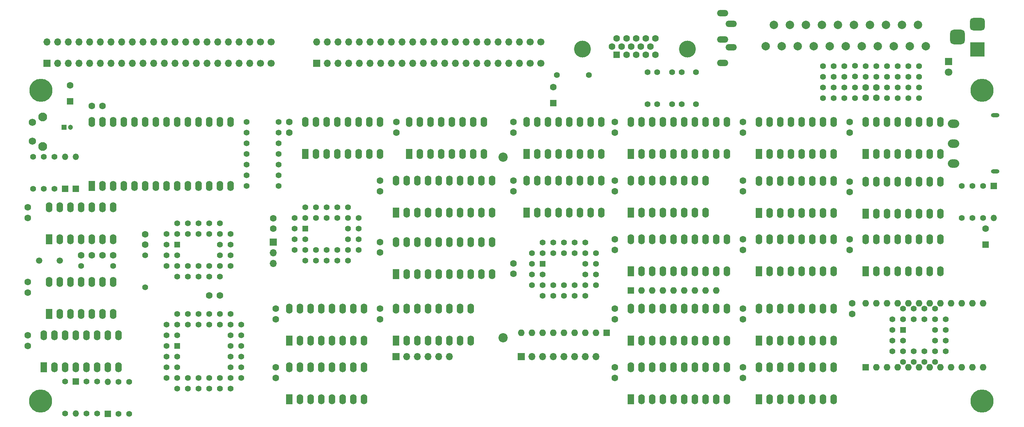
<source format=gbr>
%TF.GenerationSoftware,KiCad,Pcbnew,8.0.4*%
%TF.CreationDate,2024-09-22T18:44:29+01:00*%
%TF.ProjectId,v2a,7632612e-6b69-4636-9164-5f7063625858,rev?*%
%TF.SameCoordinates,Original*%
%TF.FileFunction,Soldermask,Bot*%
%TF.FilePolarity,Negative*%
%FSLAX46Y46*%
G04 Gerber Fmt 4.6, Leading zero omitted, Abs format (unit mm)*
G04 Created by KiCad (PCBNEW 8.0.4) date 2024-09-22 18:44:29*
%MOMM*%
%LPD*%
G01*
G04 APERTURE LIST*
G04 Aperture macros list*
%AMRoundRect*
0 Rectangle with rounded corners*
0 $1 Rounding radius*
0 $2 $3 $4 $5 $6 $7 $8 $9 X,Y pos of 4 corners*
0 Add a 4 corners polygon primitive as box body*
4,1,4,$2,$3,$4,$5,$6,$7,$8,$9,$2,$3,0*
0 Add four circle primitives for the rounded corners*
1,1,$1+$1,$2,$3*
1,1,$1+$1,$4,$5*
1,1,$1+$1,$6,$7*
1,1,$1+$1,$8,$9*
0 Add four rect primitives between the rounded corners*
20,1,$1+$1,$2,$3,$4,$5,0*
20,1,$1+$1,$4,$5,$6,$7,0*
20,1,$1+$1,$6,$7,$8,$9,0*
20,1,$1+$1,$8,$9,$2,$3,0*%
G04 Aperture macros list end*
%ADD10C,1.600000*%
%ADD11R,1.600000X1.600000*%
%ADD12O,1.600000X1.600000*%
%ADD13R,1.422400X1.422400*%
%ADD14C,1.422400*%
%ADD15R,1.600000X2.400000*%
%ADD16O,1.600000X2.400000*%
%ADD17R,3.500000X3.500000*%
%ADD18RoundRect,0.750000X-1.000000X0.750000X-1.000000X-0.750000X1.000000X-0.750000X1.000000X0.750000X0*%
%ADD19RoundRect,0.875000X-0.875000X0.875000X-0.875000X-0.875000X0.875000X-0.875000X0.875000X0.875000X0*%
%ADD20C,4.000000*%
%ADD21C,1.400000*%
%ADD22R,1.200000X1.200000*%
%ADD23C,1.200000*%
%ADD24R,1.500000X1.500000*%
%ADD25O,1.500000X1.500000*%
%ADD26C,5.500000*%
%ADD27C,1.750000*%
%ADD28C,2.100000*%
%ADD29R,1.700000X1.700000*%
%ADD30O,1.700000X1.700000*%
%ADD31O,2.700000X2.000000*%
%ADD32O,2.000000X1.000000*%
%ADD33C,1.998980*%
%ADD34C,2.200000*%
%ADD35R,1.800000X1.800000*%
%ADD36C,1.800000*%
%ADD37C,1.700000*%
%ADD38O,2.700000X1.500000*%
%ADD39C,1.500000*%
G04 APERTURE END LIST*
D10*
%TO.C,Cd11*%
X100965000Y-127020000D03*
X100965000Y-129520000D03*
%TD*%
D11*
%TO.C,U20*%
X241300000Y-127010000D03*
D12*
X243840000Y-127010000D03*
X246380000Y-127010000D03*
X248920000Y-127010000D03*
X251460000Y-127010000D03*
X254000000Y-127010000D03*
X256540000Y-127010000D03*
X259080000Y-127010000D03*
X261620000Y-127010000D03*
X264160000Y-127010000D03*
X266700000Y-127010000D03*
X269240000Y-127010000D03*
X269240000Y-111770000D03*
X266700000Y-111770000D03*
X264160000Y-111770000D03*
X261620000Y-111770000D03*
X259080000Y-111770000D03*
X256540000Y-111770000D03*
X254000000Y-111770000D03*
X251460000Y-111770000D03*
X248920000Y-111770000D03*
X246380000Y-111770000D03*
X243840000Y-111770000D03*
X241300000Y-111770000D03*
%TD*%
D13*
%TO.C,U5*%
X107950000Y-93980000D03*
D14*
X105410000Y-96520000D03*
X107950000Y-96520000D03*
X105410000Y-99060000D03*
X107950000Y-101600000D03*
X107950000Y-99060000D03*
X110490000Y-101600000D03*
X110490000Y-99060000D03*
X113030000Y-101600000D03*
X113030000Y-99060000D03*
X115570000Y-101600000D03*
X115570000Y-99060000D03*
X118110000Y-101600000D03*
X120650000Y-99060000D03*
X118110000Y-99060000D03*
X120650000Y-96520000D03*
X118110000Y-96520000D03*
X120650000Y-93980000D03*
X118110000Y-93980000D03*
X120650000Y-91440000D03*
X118110000Y-88900000D03*
X118110000Y-91440000D03*
X115570000Y-88900000D03*
X115570000Y-91440000D03*
X113030000Y-88900000D03*
X113030000Y-91440000D03*
X110490000Y-88900000D03*
X110490000Y-91440000D03*
X107950000Y-88900000D03*
X105410000Y-91440000D03*
X107950000Y-91440000D03*
X105410000Y-93980000D03*
%TD*%
D10*
%TO.C,Cd4*%
X125730000Y-97155000D03*
X125730000Y-99655000D03*
%TD*%
%TO.C,C5*%
X243840000Y-62825000D03*
X243840000Y-60325000D03*
%TD*%
%TO.C,Cd28*%
X212090000Y-82550000D03*
X212090000Y-85050000D03*
%TD*%
D15*
%TO.C,U19*%
X241300000Y-76200000D03*
D16*
X243840000Y-76200000D03*
X246380000Y-76200000D03*
X248920000Y-76200000D03*
X251460000Y-76200000D03*
X254000000Y-76200000D03*
X256540000Y-76200000D03*
X259080000Y-76200000D03*
X259080000Y-68580000D03*
X256540000Y-68580000D03*
X254000000Y-68580000D03*
X251460000Y-68580000D03*
X248920000Y-68580000D03*
X246380000Y-68580000D03*
X243840000Y-68580000D03*
X241300000Y-68580000D03*
%TD*%
D17*
%TO.C,J3*%
X267857500Y-51300000D03*
D18*
X267857500Y-45300000D03*
D19*
X263157500Y-48300000D03*
%TD*%
D20*
%TO.C,J7*%
X198890000Y-51181000D03*
X173890000Y-51181000D03*
D11*
X182075000Y-52601000D03*
D10*
X184365000Y-52601000D03*
X186655000Y-52601000D03*
X188945000Y-52601000D03*
X191235000Y-52601000D03*
X180930000Y-50621000D03*
X183220000Y-50621000D03*
X185510000Y-50621000D03*
X187800000Y-50621000D03*
X190090000Y-50621000D03*
X182075000Y-48641000D03*
X184365000Y-48641000D03*
X186655000Y-48641000D03*
X188945000Y-48641000D03*
X191235000Y-48641000D03*
%TD*%
D21*
%TO.C,R25*%
X236220000Y-55245000D03*
X236220000Y-57785000D03*
%TD*%
%TO.C,R10*%
X93980000Y-76200000D03*
X101600000Y-76200000D03*
%TD*%
D15*
%TO.C,U18*%
X241300000Y-90407000D03*
D16*
X243840000Y-90407000D03*
X246380000Y-90407000D03*
X248920000Y-90407000D03*
X251460000Y-90407000D03*
X254000000Y-90407000D03*
X256540000Y-90407000D03*
X259080000Y-90407000D03*
X259080000Y-82787000D03*
X256540000Y-82787000D03*
X254000000Y-82787000D03*
X251460000Y-82787000D03*
X248920000Y-82787000D03*
X246380000Y-82787000D03*
X243840000Y-82787000D03*
X241300000Y-82787000D03*
%TD*%
D10*
%TO.C,Cd32*%
X212090000Y-127000000D03*
X212090000Y-129500000D03*
%TD*%
D21*
%TO.C,R7*%
X54610000Y-102870000D03*
X62230000Y-102870000D03*
%TD*%
D22*
%TO.C,C1*%
X50570000Y-69850000D03*
D23*
X52070000Y-69850000D03*
%TD*%
D21*
%TO.C,R11*%
X93980000Y-73660000D03*
X101600000Y-73660000D03*
%TD*%
%TO.C,R16*%
X195240000Y-64372000D03*
X195240000Y-56752000D03*
%TD*%
%TO.C,R24*%
X233680000Y-55245000D03*
X233680000Y-57785000D03*
%TD*%
D11*
%TO.C,RN2*%
X179705000Y-118745000D03*
D12*
X177165000Y-118745000D03*
X174625000Y-118745000D03*
X172085000Y-118745000D03*
X169545000Y-118745000D03*
X167005000Y-118745000D03*
X164465000Y-118745000D03*
X161925000Y-118745000D03*
X159385000Y-118745000D03*
%TD*%
D21*
%TO.C,R9*%
X93980000Y-78740000D03*
X101600000Y-78740000D03*
%TD*%
D24*
%TO.C,D4*%
X53340000Y-84455000D03*
D25*
X53340000Y-76835000D03*
%TD*%
D26*
%TO.C,H2*%
X45000000Y-135000000D03*
%TD*%
D15*
%TO.C,U3*%
X104140000Y-134640000D03*
D16*
X106680000Y-134640000D03*
X109220000Y-134640000D03*
X111760000Y-134640000D03*
X114300000Y-134640000D03*
X116840000Y-134640000D03*
X119380000Y-134640000D03*
X121920000Y-134640000D03*
X121920000Y-127020000D03*
X119380000Y-127020000D03*
X116840000Y-127020000D03*
X114300000Y-127020000D03*
X111760000Y-127020000D03*
X109220000Y-127020000D03*
X106680000Y-127020000D03*
X104140000Y-127020000D03*
%TD*%
D15*
%TO.C,U16*%
X215900000Y-134620000D03*
D16*
X218440000Y-134620000D03*
X220980000Y-134620000D03*
X223520000Y-134620000D03*
X226060000Y-134620000D03*
X228600000Y-134620000D03*
X231140000Y-134620000D03*
X233680000Y-134620000D03*
X233680000Y-127000000D03*
X231140000Y-127000000D03*
X228600000Y-127000000D03*
X226060000Y-127000000D03*
X223520000Y-127000000D03*
X220980000Y-127000000D03*
X218440000Y-127000000D03*
X215900000Y-127000000D03*
%TD*%
D21*
%TO.C,R39*%
X167808000Y-57387000D03*
X175428000Y-57387000D03*
%TD*%
%TO.C,R34*%
X248920000Y-55295000D03*
X248920000Y-57835000D03*
%TD*%
D10*
%TO.C,C3*%
X59690000Y-100330000D03*
X62190000Y-100330000D03*
%TD*%
D15*
%TO.C,U7*%
X160655000Y-76200000D03*
D16*
X163195000Y-76200000D03*
X165735000Y-76200000D03*
X168275000Y-76200000D03*
X170815000Y-76200000D03*
X173355000Y-76200000D03*
X175895000Y-76200000D03*
X178435000Y-76200000D03*
X178435000Y-68580000D03*
X175895000Y-68580000D03*
X173355000Y-68580000D03*
X170815000Y-68580000D03*
X168275000Y-68580000D03*
X165735000Y-68580000D03*
X163195000Y-68580000D03*
X160655000Y-68580000D03*
%TD*%
D21*
%TO.C,R2*%
X101600000Y-83820000D03*
X93980000Y-83820000D03*
%TD*%
D27*
%TO.C,SW1*%
X42976000Y-68672000D03*
X42976000Y-73172000D03*
D28*
X45466000Y-67412000D03*
X45466000Y-74422000D03*
%TD*%
D21*
%TO.C,R22*%
X238760000Y-60325000D03*
X238760000Y-62865000D03*
%TD*%
%TO.C,R5*%
X45720000Y-76835000D03*
X45720000Y-84455000D03*
%TD*%
D29*
%TO.C,J2*%
X159385000Y-124460000D03*
D30*
X161925000Y-124460000D03*
X164465000Y-124460000D03*
X167005000Y-124460000D03*
X169545000Y-124460000D03*
X172085000Y-124460000D03*
X174625000Y-124460000D03*
X177165000Y-124460000D03*
%TD*%
D21*
%TO.C,R15*%
X191684000Y-64372000D03*
X191684000Y-56752000D03*
%TD*%
%TO.C,R6*%
X48260000Y-76835000D03*
X48260000Y-84455000D03*
%TD*%
%TO.C,R32*%
X254000000Y-55295000D03*
X254000000Y-57835000D03*
%TD*%
D31*
%TO.C,SW2*%
X262255000Y-69010000D03*
X262255000Y-73710000D03*
X262255000Y-78510000D03*
D32*
X272155000Y-67010000D03*
X272155000Y-80310000D03*
%TD*%
D21*
%TO.C,R38*%
X266700000Y-91440000D03*
X266700000Y-83820000D03*
%TD*%
D10*
%TO.C,Cd27*%
X41910000Y-88900000D03*
X41910000Y-91400000D03*
%TD*%
D21*
%TO.C,R21*%
X236220000Y-60325000D03*
X236220000Y-62865000D03*
%TD*%
D10*
%TO.C,Cd1*%
X181610000Y-113030000D03*
X181610000Y-115530000D03*
%TD*%
D21*
%TO.C,R3*%
X58420000Y-130412000D03*
X58420000Y-138032000D03*
%TD*%
D15*
%TO.C,U15*%
X185420000Y-76200000D03*
D16*
X187960000Y-76200000D03*
X190500000Y-76200000D03*
X193040000Y-76200000D03*
X195580000Y-76200000D03*
X198120000Y-76200000D03*
X200660000Y-76200000D03*
X203200000Y-76200000D03*
X205740000Y-76200000D03*
X208280000Y-76200000D03*
X208280000Y-68580000D03*
X205740000Y-68580000D03*
X203200000Y-68580000D03*
X200660000Y-68580000D03*
X198120000Y-68580000D03*
X195580000Y-68580000D03*
X193040000Y-68580000D03*
X190500000Y-68580000D03*
X187960000Y-68580000D03*
X185420000Y-68580000D03*
%TD*%
D10*
%TO.C,Cd15*%
X41910000Y-119380000D03*
X41910000Y-121880000D03*
%TD*%
%TO.C,Cd30*%
X212090000Y-68580000D03*
X212090000Y-71080000D03*
%TD*%
D15*
%TO.C,U17*%
X241300000Y-104140000D03*
D16*
X243840000Y-104140000D03*
X246380000Y-104140000D03*
X248920000Y-104140000D03*
X251460000Y-104140000D03*
X254000000Y-104140000D03*
X256540000Y-104140000D03*
X259080000Y-104140000D03*
X259080000Y-96520000D03*
X256540000Y-96520000D03*
X254000000Y-96520000D03*
X251460000Y-96520000D03*
X248920000Y-96520000D03*
X246380000Y-96520000D03*
X243840000Y-96520000D03*
X241300000Y-96520000D03*
%TD*%
D10*
%TO.C,C2*%
X57110000Y-100330000D03*
X54610000Y-100330000D03*
%TD*%
%TO.C,Cd9*%
X212090000Y-96520000D03*
X212090000Y-99020000D03*
%TD*%
%TO.C,Cd29*%
X157480000Y-68580000D03*
X157480000Y-71080000D03*
%TD*%
D21*
%TO.C,R1*%
X55880000Y-130412000D03*
X55880000Y-138032000D03*
%TD*%
%TO.C,R28*%
X254000000Y-60375000D03*
X254000000Y-62915000D03*
%TD*%
D10*
%TO.C,Cd19*%
X104140000Y-68580000D03*
X104140000Y-71080000D03*
%TD*%
D21*
%TO.C,R14*%
X189398000Y-64372000D03*
X189398000Y-56752000D03*
%TD*%
D10*
%TO.C,Cd2*%
X181610000Y-127000000D03*
X181610000Y-129500000D03*
%TD*%
D15*
%TO.C,U32*%
X129540000Y-104775000D03*
D16*
X132080000Y-104775000D03*
X134620000Y-104775000D03*
X137160000Y-104775000D03*
X139700000Y-104775000D03*
X142240000Y-104775000D03*
X144780000Y-104775000D03*
X147320000Y-104775000D03*
X149860000Y-104775000D03*
X152400000Y-104775000D03*
X152400000Y-97155000D03*
X149860000Y-97155000D03*
X147320000Y-97155000D03*
X144780000Y-97155000D03*
X142240000Y-97155000D03*
X139700000Y-97155000D03*
X137160000Y-97155000D03*
X134620000Y-97155000D03*
X132080000Y-97155000D03*
X129540000Y-97155000D03*
%TD*%
D11*
%TO.C,C7*%
X167005000Y-64047380D03*
D10*
X167005000Y-60237380D03*
%TD*%
%TO.C,Cd13*%
X41910000Y-106680000D03*
X41910000Y-109180000D03*
%TD*%
D11*
%TO.C,C6*%
X269875000Y-97790000D03*
D10*
X269875000Y-93980000D03*
%TD*%
D24*
%TO.C,D1*%
X53340000Y-130412000D03*
D25*
X53340000Y-138032000D03*
%TD*%
D15*
%TO.C,U24*%
X215900000Y-90270000D03*
D16*
X218440000Y-90270000D03*
X220980000Y-90270000D03*
X223520000Y-90270000D03*
X226060000Y-90270000D03*
X228600000Y-90270000D03*
X231140000Y-90270000D03*
X233680000Y-90270000D03*
X233680000Y-82650000D03*
X231140000Y-82650000D03*
X228600000Y-82650000D03*
X226060000Y-82650000D03*
X223520000Y-82650000D03*
X220980000Y-82650000D03*
X218440000Y-82650000D03*
X215900000Y-82650000D03*
%TD*%
D15*
%TO.C,U14*%
X185420000Y-90170000D03*
D16*
X187960000Y-90170000D03*
X190500000Y-90170000D03*
X193040000Y-90170000D03*
X195580000Y-90170000D03*
X198120000Y-90170000D03*
X200660000Y-90170000D03*
X203200000Y-90170000D03*
X203200000Y-82550000D03*
X200660000Y-82550000D03*
X198120000Y-82550000D03*
X195580000Y-82550000D03*
X193040000Y-82550000D03*
X190500000Y-82550000D03*
X187960000Y-82550000D03*
X185420000Y-82550000D03*
%TD*%
D29*
%TO.C,J9*%
X100330000Y-97155000D03*
D30*
X100330000Y-99695000D03*
X100330000Y-102235000D03*
%TD*%
D21*
%TO.C,R36*%
X243840000Y-55295000D03*
X243840000Y-57835000D03*
%TD*%
D11*
%TO.C,RN1*%
X185420000Y-108685000D03*
D12*
X187960000Y-108685000D03*
X190500000Y-108685000D03*
X193040000Y-108685000D03*
X195580000Y-108685000D03*
X198120000Y-108685000D03*
X200660000Y-108685000D03*
X203200000Y-108685000D03*
X205740000Y-108685000D03*
%TD*%
D26*
%TO.C,H4*%
X269000000Y-135000000D03*
%TD*%
D21*
%TO.C,R29*%
X251460000Y-60375000D03*
X251460000Y-62915000D03*
%TD*%
D10*
%TO.C,Cd20*%
X238125000Y-111780000D03*
X238125000Y-114280000D03*
%TD*%
D21*
%TO.C,R44*%
X66040000Y-130429000D03*
X66040000Y-138049000D03*
%TD*%
D13*
%TO.C,U21*%
X250190000Y-118110000D03*
D14*
X247650000Y-120650000D03*
X250190000Y-120650000D03*
X247650000Y-123190000D03*
X250190000Y-125730000D03*
X250190000Y-123190000D03*
X252730000Y-125730000D03*
X252730000Y-123190000D03*
X255270000Y-125730000D03*
X255270000Y-123190000D03*
X257810000Y-125730000D03*
X260350000Y-123190000D03*
X257810000Y-123190000D03*
X260350000Y-120650000D03*
X257810000Y-120650000D03*
X260350000Y-118110000D03*
X257810000Y-118110000D03*
X260350000Y-115570000D03*
X257810000Y-113030000D03*
X257810000Y-115570000D03*
X255270000Y-113030000D03*
X255270000Y-115570000D03*
X252730000Y-113030000D03*
X252730000Y-115570000D03*
X250190000Y-113030000D03*
X247650000Y-115570000D03*
X250190000Y-115570000D03*
X247650000Y-118110000D03*
%TD*%
D26*
%TO.C,H3*%
X269030000Y-61000000D03*
%TD*%
D10*
%TO.C,C4*%
X241300000Y-62825000D03*
X241300000Y-60325000D03*
%TD*%
D21*
%TO.C,R37*%
X69850000Y-100330000D03*
X69850000Y-107950000D03*
%TD*%
D24*
%TO.C,D2*%
X60960000Y-138049000D03*
D25*
X60960000Y-130429000D03*
%TD*%
D15*
%TO.C,U23*%
X215900000Y-104140000D03*
D16*
X218440000Y-104140000D03*
X220980000Y-104140000D03*
X223520000Y-104140000D03*
X226060000Y-104140000D03*
X228600000Y-104140000D03*
X231140000Y-104140000D03*
X233680000Y-104140000D03*
X233680000Y-96520000D03*
X231140000Y-96520000D03*
X228600000Y-96520000D03*
X226060000Y-96520000D03*
X223520000Y-96520000D03*
X220980000Y-96520000D03*
X218440000Y-96520000D03*
X215900000Y-96520000D03*
%TD*%
D10*
%TO.C,Cd31*%
X100330000Y-93980000D03*
X100330000Y-91480000D03*
%TD*%
D21*
%TO.C,R41*%
X264160000Y-91440000D03*
X264160000Y-83820000D03*
%TD*%
D11*
%TO.C,C8*%
X52000000Y-63635000D03*
D10*
X52000000Y-59825000D03*
%TD*%
D15*
%TO.C,U28*%
X57150000Y-83820000D03*
D16*
X59690000Y-83820000D03*
X62230000Y-83820000D03*
X64770000Y-83820000D03*
X67310000Y-83820000D03*
X69850000Y-83820000D03*
X72390000Y-83820000D03*
X74930000Y-83820000D03*
X77470000Y-83820000D03*
X80010000Y-83820000D03*
X82550000Y-83820000D03*
X85090000Y-83820000D03*
X87630000Y-83820000D03*
X90170000Y-83820000D03*
X90170000Y-68580000D03*
X87630000Y-68580000D03*
X85090000Y-68580000D03*
X82550000Y-68580000D03*
X80010000Y-68580000D03*
X77470000Y-68580000D03*
X74930000Y-68580000D03*
X72390000Y-68580000D03*
X69850000Y-68580000D03*
X67310000Y-68580000D03*
X64770000Y-68580000D03*
X62230000Y-68580000D03*
X59690000Y-68580000D03*
X57150000Y-68580000D03*
%TD*%
D15*
%TO.C,U10*%
X107950000Y-76200000D03*
D16*
X110490000Y-76200000D03*
X113030000Y-76200000D03*
X115570000Y-76200000D03*
X118110000Y-76200000D03*
X120650000Y-76200000D03*
X123190000Y-76200000D03*
X125730000Y-76200000D03*
X125730000Y-68580000D03*
X123190000Y-68580000D03*
X120650000Y-68580000D03*
X118110000Y-68580000D03*
X115570000Y-68580000D03*
X113030000Y-68580000D03*
X110490000Y-68580000D03*
X107950000Y-68580000D03*
%TD*%
D10*
%TO.C,Cd25*%
X125730000Y-113030000D03*
X125730000Y-115530000D03*
%TD*%
D21*
%TO.C,R43*%
X63500000Y-130450000D03*
X63500000Y-138070000D03*
%TD*%
D33*
%TO.C,J4*%
X217513000Y-50559640D03*
X219418000Y-45479640D03*
X221323000Y-50559640D03*
X223228000Y-45479640D03*
X225133000Y-50559640D03*
X227038000Y-45479640D03*
X228943000Y-50559640D03*
X230848000Y-45479640D03*
X232753000Y-50559640D03*
X234658000Y-45479640D03*
X236563000Y-50559640D03*
X238468000Y-45479640D03*
X240373000Y-50559640D03*
X242278000Y-45479640D03*
X244183000Y-50559640D03*
X246088000Y-45479640D03*
X247993000Y-50559640D03*
X249898000Y-45479640D03*
X251803000Y-50559640D03*
X253708000Y-45479640D03*
X255613000Y-50559640D03*
%TD*%
D13*
%TO.C,U8*%
X164465000Y-102335000D03*
D14*
X161925000Y-104875000D03*
X164465000Y-104875000D03*
X161925000Y-107415000D03*
X164465000Y-109955000D03*
X164465000Y-107415000D03*
X167005000Y-109955000D03*
X167005000Y-107415000D03*
X169545000Y-109955000D03*
X169545000Y-107415000D03*
X172085000Y-109955000D03*
X172085000Y-107415000D03*
X174625000Y-109955000D03*
X177165000Y-107415000D03*
X174625000Y-107415000D03*
X177165000Y-104875000D03*
X174625000Y-104875000D03*
X177165000Y-102335000D03*
X174625000Y-102335000D03*
X177165000Y-99795000D03*
X174625000Y-97255000D03*
X174625000Y-99795000D03*
X172085000Y-97255000D03*
X172085000Y-99795000D03*
X169545000Y-97255000D03*
X169545000Y-99795000D03*
X167005000Y-97255000D03*
X167005000Y-99795000D03*
X164465000Y-97255000D03*
X161925000Y-99795000D03*
X164465000Y-99795000D03*
X161925000Y-102335000D03*
%TD*%
D15*
%TO.C,U22*%
X215900000Y-120650000D03*
D16*
X218440000Y-120650000D03*
X220980000Y-120650000D03*
X223520000Y-120650000D03*
X226060000Y-120650000D03*
X228600000Y-120650000D03*
X231140000Y-120650000D03*
X233680000Y-120650000D03*
X233680000Y-113030000D03*
X231140000Y-113030000D03*
X228600000Y-113030000D03*
X226060000Y-113030000D03*
X223520000Y-113030000D03*
X220980000Y-113030000D03*
X218440000Y-113030000D03*
X215900000Y-113030000D03*
%TD*%
D15*
%TO.C,U26*%
X46990000Y-114300000D03*
D16*
X49530000Y-114300000D03*
X52070000Y-114300000D03*
X54610000Y-114300000D03*
X57150000Y-114300000D03*
X59690000Y-114300000D03*
X62230000Y-114300000D03*
X62230000Y-106680000D03*
X59690000Y-106680000D03*
X57150000Y-106680000D03*
X54610000Y-106680000D03*
X52070000Y-106680000D03*
X49530000Y-106680000D03*
X46990000Y-106680000D03*
%TD*%
D13*
%TO.C,U1*%
X77470000Y-121920000D03*
D14*
X74930000Y-124460000D03*
X77470000Y-124460000D03*
X74930000Y-127000000D03*
X77470000Y-127000000D03*
X74930000Y-129540000D03*
X77470000Y-132080000D03*
X77470000Y-129540000D03*
X80010000Y-132080000D03*
X80010000Y-129540000D03*
X82550000Y-132080000D03*
X82550000Y-129540000D03*
X85090000Y-132080000D03*
X85090000Y-129540000D03*
X87630000Y-132080000D03*
X87630000Y-129540000D03*
X90170000Y-132080000D03*
X92710000Y-129540000D03*
X90170000Y-129540000D03*
X92710000Y-127000000D03*
X90170000Y-127000000D03*
X92710000Y-124460000D03*
X90170000Y-124460000D03*
X92710000Y-121920000D03*
X90170000Y-121920000D03*
X92710000Y-119380000D03*
X90170000Y-119380000D03*
X92710000Y-116840000D03*
X90170000Y-114300000D03*
X90170000Y-116840000D03*
X87630000Y-114300000D03*
X87630000Y-116840000D03*
X85090000Y-114300000D03*
X85090000Y-116840000D03*
X82550000Y-114300000D03*
X82550000Y-116840000D03*
X80010000Y-114300000D03*
X80010000Y-116840000D03*
X77470000Y-114300000D03*
X74930000Y-116840000D03*
X77470000Y-116840000D03*
X74930000Y-119380000D03*
X77470000Y-119380000D03*
X74930000Y-121920000D03*
%TD*%
D34*
%TO.C,H6*%
X155000000Y-120000000D03*
%TD*%
D29*
%TO.C,J1*%
X129540000Y-124460000D03*
D30*
X132080000Y-124460000D03*
X134620000Y-124460000D03*
X137160000Y-124460000D03*
X139700000Y-124460000D03*
X142240000Y-124460000D03*
%TD*%
D35*
%TO.C,D3*%
X261030000Y-54225000D03*
D36*
X261030000Y-56765000D03*
%TD*%
D15*
%TO.C,U31*%
X185420000Y-134620000D03*
D16*
X187960000Y-134620000D03*
X190500000Y-134620000D03*
X193040000Y-134620000D03*
X195580000Y-134620000D03*
X198120000Y-134620000D03*
X200660000Y-134620000D03*
X203200000Y-134620000D03*
X205740000Y-134620000D03*
X208280000Y-134620000D03*
X208280000Y-127000000D03*
X205740000Y-127000000D03*
X203200000Y-127000000D03*
X200660000Y-127000000D03*
X198120000Y-127000000D03*
X195580000Y-127000000D03*
X193040000Y-127000000D03*
X190500000Y-127000000D03*
X187960000Y-127000000D03*
X185420000Y-127000000D03*
%TD*%
D21*
%TO.C,R35*%
X246380000Y-55295000D03*
X246380000Y-57835000D03*
%TD*%
%TO.C,R12*%
X93980000Y-71120000D03*
X101600000Y-71120000D03*
%TD*%
%TO.C,R17*%
X197526000Y-64372000D03*
X197526000Y-56752000D03*
%TD*%
%TO.C,R20*%
X233721000Y-60325000D03*
X233721000Y-62865000D03*
%TD*%
D13*
%TO.C,U29*%
X77470000Y-97790000D03*
D14*
X74930000Y-100330000D03*
X77470000Y-100330000D03*
X74930000Y-102870000D03*
X77470000Y-105410000D03*
X77470000Y-102870000D03*
X80010000Y-105410000D03*
X80010000Y-102870000D03*
X82550000Y-105410000D03*
X82550000Y-102870000D03*
X85090000Y-105410000D03*
X85090000Y-102870000D03*
X87630000Y-105410000D03*
X90170000Y-102870000D03*
X87630000Y-102870000D03*
X90170000Y-100330000D03*
X87630000Y-100330000D03*
X90170000Y-97790000D03*
X87630000Y-97790000D03*
X90170000Y-95250000D03*
X87630000Y-92710000D03*
X87630000Y-95250000D03*
X85090000Y-92710000D03*
X85090000Y-95250000D03*
X82550000Y-92710000D03*
X82550000Y-95250000D03*
X80010000Y-92710000D03*
X80010000Y-95250000D03*
X77470000Y-92710000D03*
X74930000Y-95250000D03*
X77470000Y-95250000D03*
X74930000Y-97790000D03*
%TD*%
D10*
%TO.C,Cd26*%
X181610000Y-96520000D03*
X181610000Y-99020000D03*
%TD*%
D15*
%TO.C,U30*%
X129518000Y-120650000D03*
D16*
X132058000Y-120650000D03*
X134598000Y-120650000D03*
X137138000Y-120650000D03*
X139678000Y-120650000D03*
X142218000Y-120650000D03*
X144758000Y-120650000D03*
X147298000Y-120650000D03*
X147298000Y-113030000D03*
X144758000Y-113030000D03*
X142218000Y-113030000D03*
X139678000Y-113030000D03*
X137138000Y-113030000D03*
X134598000Y-113030000D03*
X132058000Y-113030000D03*
X129518000Y-113030000D03*
%TD*%
D29*
%TO.C,J6*%
X110648000Y-54610000D03*
D30*
X110648000Y-49530000D03*
X113188000Y-54610000D03*
X113188000Y-49530000D03*
X115728000Y-54610000D03*
X115728000Y-49530000D03*
X118268000Y-54610000D03*
X118268000Y-49530000D03*
X120808000Y-54610000D03*
X120808000Y-49530000D03*
X123348000Y-54610000D03*
X123348000Y-49530000D03*
X125888000Y-54610000D03*
X125888000Y-49530000D03*
X128428000Y-54610000D03*
X128428000Y-49530000D03*
X130968000Y-54610000D03*
X130968000Y-49530000D03*
X133508000Y-54610000D03*
X133508000Y-49530000D03*
X136048000Y-54610000D03*
X136048000Y-49530000D03*
X138588000Y-54610000D03*
X138588000Y-49530000D03*
X141128000Y-54610000D03*
X141128000Y-49530000D03*
X143668000Y-54610000D03*
X143668000Y-49530000D03*
X146208000Y-54610000D03*
X146208000Y-49530000D03*
X148748000Y-54610000D03*
X148748000Y-49530000D03*
X151288000Y-54610000D03*
X151288000Y-49530000D03*
X153828000Y-54610000D03*
X153828000Y-49530000D03*
X156368000Y-54610000D03*
X156368000Y-49530000D03*
X158908000Y-54610000D03*
X158908000Y-49530000D03*
D37*
X161448000Y-54610000D03*
X161448000Y-49530000D03*
X163988000Y-54610000D03*
X163988000Y-49530000D03*
%TD*%
D10*
%TO.C,Cd16*%
X212090000Y-113030000D03*
X212090000Y-115530000D03*
%TD*%
D21*
%TO.C,R40*%
X269240000Y-83820000D03*
X269240000Y-91440000D03*
%TD*%
D10*
%TO.C,Cd14*%
X85090000Y-109855000D03*
X87590000Y-109855000D03*
%TD*%
D15*
%TO.C,U4*%
X104140000Y-120650000D03*
D16*
X106680000Y-120650000D03*
X109220000Y-120650000D03*
X111760000Y-120650000D03*
X114300000Y-120650000D03*
X116840000Y-120650000D03*
X119380000Y-120650000D03*
X121920000Y-120650000D03*
X121920000Y-113030000D03*
X119380000Y-113030000D03*
X116840000Y-113030000D03*
X114300000Y-113030000D03*
X111760000Y-113030000D03*
X109220000Y-113030000D03*
X106680000Y-113030000D03*
X104140000Y-113030000D03*
%TD*%
D10*
%TO.C,Cd10*%
X69850000Y-97790000D03*
X69850000Y-95290000D03*
%TD*%
%TO.C,Cd17*%
X181610000Y-82550000D03*
X181610000Y-85050000D03*
%TD*%
D21*
%TO.C,R13*%
X93980000Y-68580000D03*
X101600000Y-68580000D03*
%TD*%
D10*
%TO.C,Cd6*%
X157480000Y-102235000D03*
X157480000Y-104735000D03*
%TD*%
D21*
%TO.C,R33*%
X251460000Y-55295000D03*
X251460000Y-57835000D03*
%TD*%
D15*
%TO.C,U25*%
X215900000Y-76200000D03*
D16*
X218440000Y-76200000D03*
X220980000Y-76200000D03*
X223520000Y-76200000D03*
X226060000Y-76200000D03*
X228600000Y-76200000D03*
X231140000Y-76200000D03*
X233680000Y-76200000D03*
X233680000Y-68580000D03*
X231140000Y-68580000D03*
X228600000Y-68580000D03*
X226060000Y-68580000D03*
X223520000Y-68580000D03*
X220980000Y-68580000D03*
X218440000Y-68580000D03*
X215900000Y-68580000D03*
%TD*%
D15*
%TO.C,U12*%
X185420000Y-104140000D03*
D16*
X187960000Y-104140000D03*
X190500000Y-104140000D03*
X193040000Y-104140000D03*
X195580000Y-104140000D03*
X198120000Y-104140000D03*
X200660000Y-104140000D03*
X203200000Y-104140000D03*
X205740000Y-104140000D03*
X208280000Y-104140000D03*
X208280000Y-96520000D03*
X205740000Y-96520000D03*
X203200000Y-96520000D03*
X200660000Y-96520000D03*
X198120000Y-96520000D03*
X195580000Y-96520000D03*
X193040000Y-96520000D03*
X190500000Y-96520000D03*
X187960000Y-96520000D03*
X185420000Y-96520000D03*
%TD*%
D21*
%TO.C,R31*%
X246380000Y-60375000D03*
X246380000Y-62915000D03*
%TD*%
D38*
%TO.C,J8*%
X209264000Y-50800000D03*
X207264000Y-48900000D03*
X207264000Y-42700000D03*
X209264000Y-45200000D03*
X207264000Y-54500000D03*
%TD*%
D21*
%TO.C,R23*%
X231140000Y-55245000D03*
X231140000Y-57785000D03*
%TD*%
D29*
%TO.C,J5*%
X46523000Y-54610000D03*
D30*
X46523000Y-49530000D03*
X49063000Y-54610000D03*
X49063000Y-49530000D03*
X51603000Y-54610000D03*
X51603000Y-49530000D03*
X54143000Y-54610000D03*
X54143000Y-49530000D03*
X56683000Y-54610000D03*
X56683000Y-49530000D03*
X59223000Y-54610000D03*
X59223000Y-49530000D03*
X61763000Y-54610000D03*
X61763000Y-49530000D03*
X64303000Y-54610000D03*
X64303000Y-49530000D03*
X66843000Y-54610000D03*
X66843000Y-49530000D03*
X69383000Y-54610000D03*
X69383000Y-49530000D03*
X71923000Y-54610000D03*
X71923000Y-49530000D03*
X74463000Y-54610000D03*
X74463000Y-49530000D03*
X77003000Y-54610000D03*
X77003000Y-49530000D03*
X79543000Y-54610000D03*
X79543000Y-49530000D03*
X82083000Y-54610000D03*
X82083000Y-49530000D03*
X84623000Y-54610000D03*
X84623000Y-49530000D03*
X87163000Y-54610000D03*
X87163000Y-49530000D03*
X89703000Y-54610000D03*
X89703000Y-49530000D03*
X92243000Y-54610000D03*
X92243000Y-49530000D03*
X94783000Y-54610000D03*
X94783000Y-49530000D03*
D37*
X97323000Y-54610000D03*
X97323000Y-49530000D03*
X99863000Y-54610000D03*
X99863000Y-49530000D03*
%TD*%
D21*
%TO.C,R27*%
X241300000Y-55245000D03*
X241300000Y-57785000D03*
%TD*%
D15*
%TO.C,U27*%
X45720000Y-127000000D03*
D16*
X48260000Y-127000000D03*
X50800000Y-127000000D03*
X53340000Y-127000000D03*
X55880000Y-127000000D03*
X58420000Y-127000000D03*
X60960000Y-127000000D03*
X63500000Y-127000000D03*
X63500000Y-119380000D03*
X60960000Y-119380000D03*
X58420000Y-119380000D03*
X55880000Y-119380000D03*
X53340000Y-119380000D03*
X50800000Y-119380000D03*
X48260000Y-119380000D03*
X45720000Y-119380000D03*
%TD*%
D21*
%TO.C,R30*%
X248920000Y-60375000D03*
X248920000Y-62915000D03*
%TD*%
D34*
%TO.C,H5*%
X155000000Y-77000000D03*
%TD*%
D10*
%TO.C,Cd23*%
X237490000Y-68580000D03*
X237490000Y-71080000D03*
%TD*%
%TO.C,Cd7*%
X125730000Y-82550000D03*
X125730000Y-85050000D03*
%TD*%
%TO.C,Cd8*%
X100965000Y-113030000D03*
X100965000Y-115530000D03*
%TD*%
D26*
%TO.C,H1*%
X45030000Y-61000000D03*
%TD*%
D10*
%TO.C,Cd22*%
X237510000Y-96520000D03*
X237510000Y-99020000D03*
%TD*%
D21*
%TO.C,R18*%
X200945000Y-64372000D03*
X200945000Y-56752000D03*
%TD*%
D10*
%TO.C,Cd3*%
X157480000Y-82550000D03*
X157480000Y-85050000D03*
%TD*%
%TO.C,Cd24*%
X237490000Y-82787000D03*
X237490000Y-85287000D03*
%TD*%
%TO.C,Cd5*%
X129645000Y-68580000D03*
X129645000Y-71080000D03*
%TD*%
D21*
%TO.C,R8*%
X93980000Y-81280000D03*
X101600000Y-81280000D03*
%TD*%
%TO.C,R42*%
X50800000Y-130412000D03*
X50800000Y-138032000D03*
%TD*%
%TO.C,R19*%
X231140000Y-60325000D03*
X231140000Y-62865000D03*
%TD*%
%TO.C,R4*%
X43180000Y-76835000D03*
X43180000Y-84455000D03*
%TD*%
D15*
%TO.C,U9*%
X185420000Y-120650000D03*
D16*
X187960000Y-120650000D03*
X190500000Y-120650000D03*
X193040000Y-120650000D03*
X195580000Y-120650000D03*
X198120000Y-120650000D03*
X200660000Y-120650000D03*
X203200000Y-120650000D03*
X205740000Y-120650000D03*
X208280000Y-120650000D03*
X208280000Y-113030000D03*
X205740000Y-113030000D03*
X203200000Y-113030000D03*
X200660000Y-113030000D03*
X198120000Y-113030000D03*
X195580000Y-113030000D03*
X193040000Y-113030000D03*
X190500000Y-113030000D03*
X187960000Y-113030000D03*
X185420000Y-113030000D03*
%TD*%
D10*
%TO.C,Cd12*%
X181610000Y-68580000D03*
X181610000Y-71080000D03*
%TD*%
D15*
%TO.C,U13*%
X160655000Y-90170000D03*
D16*
X163195000Y-90170000D03*
X165735000Y-90170000D03*
X168275000Y-90170000D03*
X170815000Y-90170000D03*
X173355000Y-90170000D03*
X175895000Y-90170000D03*
X178435000Y-90170000D03*
X178435000Y-82550000D03*
X175895000Y-82550000D03*
X173355000Y-82550000D03*
X170815000Y-82550000D03*
X168275000Y-82550000D03*
X165735000Y-82550000D03*
X163195000Y-82550000D03*
X160655000Y-82550000D03*
%TD*%
D24*
%TO.C,D6*%
X271780000Y-83820000D03*
D25*
X271780000Y-91440000D03*
%TD*%
D24*
%TO.C,D5*%
X50800000Y-84455000D03*
D25*
X50800000Y-76835000D03*
%TD*%
D21*
%TO.C,R26*%
X238760000Y-55240000D03*
X238760000Y-57780000D03*
%TD*%
D10*
%TO.C,Cd18*%
X57150000Y-64770000D03*
X59650000Y-64770000D03*
%TD*%
D15*
%TO.C,U11*%
X132693000Y-76200000D03*
D16*
X135233000Y-76200000D03*
X137773000Y-76200000D03*
X140313000Y-76200000D03*
X142853000Y-76200000D03*
X145393000Y-76200000D03*
X147933000Y-76200000D03*
X150473000Y-76200000D03*
X150473000Y-68580000D03*
X147933000Y-68580000D03*
X145393000Y-68580000D03*
X142853000Y-68580000D03*
X140313000Y-68580000D03*
X137773000Y-68580000D03*
X135233000Y-68580000D03*
X132693000Y-68580000D03*
%TD*%
D15*
%TO.C,U6*%
X129540000Y-90170000D03*
D16*
X132080000Y-90170000D03*
X134620000Y-90170000D03*
X137160000Y-90170000D03*
X139700000Y-90170000D03*
X142240000Y-90170000D03*
X144780000Y-90170000D03*
X147320000Y-90170000D03*
X149860000Y-90170000D03*
X152400000Y-90170000D03*
X152400000Y-82550000D03*
X149860000Y-82550000D03*
X147320000Y-82550000D03*
X144780000Y-82550000D03*
X142240000Y-82550000D03*
X139700000Y-82550000D03*
X137160000Y-82550000D03*
X134620000Y-82550000D03*
X132080000Y-82550000D03*
X129540000Y-82550000D03*
%TD*%
D39*
%TO.C,Y1*%
X44650000Y-101600000D03*
X49530000Y-101600000D03*
%TD*%
D15*
%TO.C,U2*%
X46990000Y-96520000D03*
D16*
X49530000Y-96520000D03*
X52070000Y-96520000D03*
X54610000Y-96520000D03*
X57150000Y-96520000D03*
X59690000Y-96520000D03*
X62230000Y-96520000D03*
X62230000Y-88900000D03*
X59690000Y-88900000D03*
X57150000Y-88900000D03*
X54610000Y-88900000D03*
X52070000Y-88900000D03*
X49530000Y-88900000D03*
X46990000Y-88900000D03*
%TD*%
M02*

</source>
